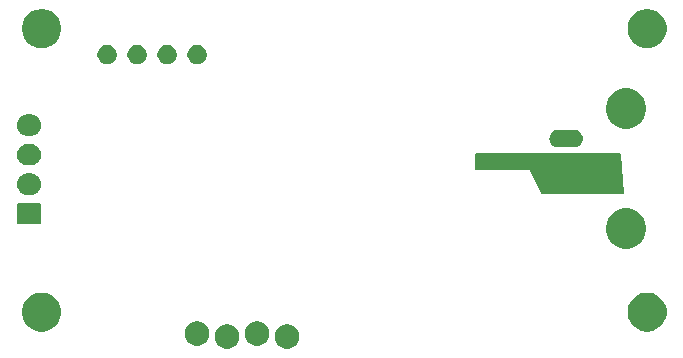
<source format=gbr>
G04 #@! TF.GenerationSoftware,KiCad,Pcbnew,(5.0.1)-3*
G04 #@! TF.CreationDate,2019-12-29T13:00:18-05:00*
G04 #@! TF.ProjectId,ml-ph-board,6D6C2D70682D626F6172642E6B696361,rev?*
G04 #@! TF.SameCoordinates,Original*
G04 #@! TF.FileFunction,Soldermask,Bot*
G04 #@! TF.FilePolarity,Negative*
%FSLAX46Y46*%
G04 Gerber Fmt 4.6, Leading zero omitted, Abs format (unit mm)*
G04 Created by KiCad (PCBNEW (5.0.1)-3) date 12/29/2019 1:00:18 PM*
%MOMM*%
%LPD*%
G01*
G04 APERTURE LIST*
%ADD10C,0.150000*%
%ADD11C,0.100000*%
G04 APERTURE END LIST*
D10*
G36*
X145796000Y-100584000D02*
X156972000Y-100584000D01*
X157226000Y-103886000D01*
X150368000Y-103886000D01*
X149352000Y-101854000D01*
X144780000Y-101854000D01*
X144780000Y-100584000D01*
X145796000Y-100584000D01*
G37*
X145796000Y-100584000D02*
X156972000Y-100584000D01*
X157226000Y-103886000D01*
X150368000Y-103886000D01*
X149352000Y-101854000D01*
X144780000Y-101854000D01*
X144780000Y-100584000D01*
X145796000Y-100584000D01*
D11*
G36*
X129081765Y-115076620D02*
X129271289Y-115155123D01*
X129441855Y-115269092D01*
X129586908Y-115414145D01*
X129700877Y-115584711D01*
X129779380Y-115774235D01*
X129819400Y-115975430D01*
X129819400Y-116180570D01*
X129779380Y-116381765D01*
X129700877Y-116571289D01*
X129586908Y-116741855D01*
X129441855Y-116886908D01*
X129271289Y-117000877D01*
X129081765Y-117079380D01*
X128880570Y-117119400D01*
X128675430Y-117119400D01*
X128474235Y-117079380D01*
X128284711Y-117000877D01*
X128114145Y-116886908D01*
X127969092Y-116741855D01*
X127855123Y-116571289D01*
X127776620Y-116381765D01*
X127736600Y-116180570D01*
X127736600Y-115975430D01*
X127776620Y-115774235D01*
X127855123Y-115584711D01*
X127969092Y-115414145D01*
X128114145Y-115269092D01*
X128284711Y-115155123D01*
X128474235Y-115076620D01*
X128675430Y-115036600D01*
X128880570Y-115036600D01*
X129081765Y-115076620D01*
X129081765Y-115076620D01*
G37*
G36*
X124001765Y-115076620D02*
X124191289Y-115155123D01*
X124361855Y-115269092D01*
X124506908Y-115414145D01*
X124620877Y-115584711D01*
X124699380Y-115774235D01*
X124739400Y-115975430D01*
X124739400Y-116180570D01*
X124699380Y-116381765D01*
X124620877Y-116571289D01*
X124506908Y-116741855D01*
X124361855Y-116886908D01*
X124191289Y-117000877D01*
X124001765Y-117079380D01*
X123800570Y-117119400D01*
X123595430Y-117119400D01*
X123394235Y-117079380D01*
X123204711Y-117000877D01*
X123034145Y-116886908D01*
X122889092Y-116741855D01*
X122775123Y-116571289D01*
X122696620Y-116381765D01*
X122656600Y-116180570D01*
X122656600Y-115975430D01*
X122696620Y-115774235D01*
X122775123Y-115584711D01*
X122889092Y-115414145D01*
X123034145Y-115269092D01*
X123204711Y-115155123D01*
X123394235Y-115076620D01*
X123595430Y-115036600D01*
X123800570Y-115036600D01*
X124001765Y-115076620D01*
X124001765Y-115076620D01*
G37*
G36*
X121461765Y-114822620D02*
X121651289Y-114901123D01*
X121821855Y-115015092D01*
X121966908Y-115160145D01*
X122080877Y-115330711D01*
X122159380Y-115520235D01*
X122199400Y-115721430D01*
X122199400Y-115926570D01*
X122159380Y-116127765D01*
X122080877Y-116317289D01*
X121966908Y-116487855D01*
X121821855Y-116632908D01*
X121651289Y-116746877D01*
X121461765Y-116825380D01*
X121260570Y-116865400D01*
X121055430Y-116865400D01*
X120854235Y-116825380D01*
X120664711Y-116746877D01*
X120494145Y-116632908D01*
X120349092Y-116487855D01*
X120235123Y-116317289D01*
X120156620Y-116127765D01*
X120116600Y-115926570D01*
X120116600Y-115721430D01*
X120156620Y-115520235D01*
X120235123Y-115330711D01*
X120349092Y-115160145D01*
X120494145Y-115015092D01*
X120664711Y-114901123D01*
X120854235Y-114822620D01*
X121055430Y-114782600D01*
X121260570Y-114782600D01*
X121461765Y-114822620D01*
X121461765Y-114822620D01*
G37*
G36*
X126541765Y-114822620D02*
X126731289Y-114901123D01*
X126901855Y-115015092D01*
X127046908Y-115160145D01*
X127160877Y-115330711D01*
X127239380Y-115520235D01*
X127279400Y-115721430D01*
X127279400Y-115926570D01*
X127239380Y-116127765D01*
X127160877Y-116317289D01*
X127046908Y-116487855D01*
X126901855Y-116632908D01*
X126731289Y-116746877D01*
X126541765Y-116825380D01*
X126340570Y-116865400D01*
X126135430Y-116865400D01*
X125934235Y-116825380D01*
X125744711Y-116746877D01*
X125574145Y-116632908D01*
X125429092Y-116487855D01*
X125315123Y-116317289D01*
X125236620Y-116127765D01*
X125196600Y-115926570D01*
X125196600Y-115721430D01*
X125236620Y-115520235D01*
X125315123Y-115330711D01*
X125429092Y-115160145D01*
X125574145Y-115015092D01*
X125744711Y-114901123D01*
X125934235Y-114822620D01*
X126135430Y-114782600D01*
X126340570Y-114782600D01*
X126541765Y-114822620D01*
X126541765Y-114822620D01*
G37*
G36*
X159633256Y-112391298D02*
X159739579Y-112412447D01*
X160040042Y-112536903D01*
X160306852Y-112715180D01*
X160310454Y-112717587D01*
X160540413Y-112947546D01*
X160540415Y-112947549D01*
X160721097Y-113217958D01*
X160845553Y-113518421D01*
X160909000Y-113837391D01*
X160909000Y-114162609D01*
X160845553Y-114481579D01*
X160721097Y-114782042D01*
X160641529Y-114901123D01*
X160540413Y-115052454D01*
X160310454Y-115282413D01*
X160310451Y-115282415D01*
X160040042Y-115463097D01*
X159739579Y-115587553D01*
X159633256Y-115608702D01*
X159420611Y-115651000D01*
X159095389Y-115651000D01*
X158882744Y-115608702D01*
X158776421Y-115587553D01*
X158475958Y-115463097D01*
X158205549Y-115282415D01*
X158205546Y-115282413D01*
X157975587Y-115052454D01*
X157874471Y-114901123D01*
X157794903Y-114782042D01*
X157670447Y-114481579D01*
X157607000Y-114162609D01*
X157607000Y-113837391D01*
X157670447Y-113518421D01*
X157794903Y-113217958D01*
X157975585Y-112947549D01*
X157975587Y-112947546D01*
X158205546Y-112717587D01*
X158209148Y-112715180D01*
X158475958Y-112536903D01*
X158776421Y-112412447D01*
X158882744Y-112391298D01*
X159095389Y-112349000D01*
X159420611Y-112349000D01*
X159633256Y-112391298D01*
X159633256Y-112391298D01*
G37*
G36*
X108375256Y-112391298D02*
X108481579Y-112412447D01*
X108782042Y-112536903D01*
X109048852Y-112715180D01*
X109052454Y-112717587D01*
X109282413Y-112947546D01*
X109282415Y-112947549D01*
X109463097Y-113217958D01*
X109587553Y-113518421D01*
X109651000Y-113837391D01*
X109651000Y-114162609D01*
X109587553Y-114481579D01*
X109463097Y-114782042D01*
X109383529Y-114901123D01*
X109282413Y-115052454D01*
X109052454Y-115282413D01*
X109052451Y-115282415D01*
X108782042Y-115463097D01*
X108481579Y-115587553D01*
X108375256Y-115608702D01*
X108162611Y-115651000D01*
X107837389Y-115651000D01*
X107624744Y-115608702D01*
X107518421Y-115587553D01*
X107217958Y-115463097D01*
X106947549Y-115282415D01*
X106947546Y-115282413D01*
X106717587Y-115052454D01*
X106616471Y-114901123D01*
X106536903Y-114782042D01*
X106412447Y-114481579D01*
X106349000Y-114162609D01*
X106349000Y-113837391D01*
X106412447Y-113518421D01*
X106536903Y-113217958D01*
X106717585Y-112947549D01*
X106717587Y-112947546D01*
X106947546Y-112717587D01*
X106951148Y-112715180D01*
X107217958Y-112536903D01*
X107518421Y-112412447D01*
X107624744Y-112391298D01*
X107837389Y-112349000D01*
X108162611Y-112349000D01*
X108375256Y-112391298D01*
X108375256Y-112391298D01*
G37*
G36*
X157978619Y-105290272D02*
X158289713Y-105419131D01*
X158569695Y-105606209D01*
X158807791Y-105844305D01*
X158994869Y-106124287D01*
X159123728Y-106435381D01*
X159189420Y-106765635D01*
X159189420Y-107102365D01*
X159123728Y-107432619D01*
X158994869Y-107743713D01*
X158807791Y-108023695D01*
X158569695Y-108261791D01*
X158289713Y-108448869D01*
X157978619Y-108577728D01*
X157648365Y-108643420D01*
X157311635Y-108643420D01*
X156981381Y-108577728D01*
X156670287Y-108448869D01*
X156390305Y-108261791D01*
X156152209Y-108023695D01*
X155965131Y-107743713D01*
X155836272Y-107432619D01*
X155770580Y-107102365D01*
X155770580Y-106765635D01*
X155836272Y-106435381D01*
X155965131Y-106124287D01*
X156152209Y-105844305D01*
X156390305Y-105606209D01*
X156670287Y-105419131D01*
X156981381Y-105290272D01*
X157311635Y-105224580D01*
X157648365Y-105224580D01*
X157978619Y-105290272D01*
X157978619Y-105290272D01*
G37*
G36*
X107817600Y-104766989D02*
X107850649Y-104777014D01*
X107881106Y-104793294D01*
X107907799Y-104815201D01*
X107929706Y-104841894D01*
X107945986Y-104872351D01*
X107956011Y-104905400D01*
X107960000Y-104945904D01*
X107960000Y-106382096D01*
X107956011Y-106422600D01*
X107945986Y-106455649D01*
X107929706Y-106486106D01*
X107907799Y-106512799D01*
X107881106Y-106534706D01*
X107850649Y-106550986D01*
X107817600Y-106561011D01*
X107777096Y-106565000D01*
X106090904Y-106565000D01*
X106050400Y-106561011D01*
X106017351Y-106550986D01*
X105986894Y-106534706D01*
X105960201Y-106512799D01*
X105938294Y-106486106D01*
X105922014Y-106455649D01*
X105911989Y-106422600D01*
X105908000Y-106382096D01*
X105908000Y-104945904D01*
X105911989Y-104905400D01*
X105922014Y-104872351D01*
X105938294Y-104841894D01*
X105960201Y-104815201D01*
X105986894Y-104793294D01*
X106017351Y-104777014D01*
X106050400Y-104766989D01*
X106090904Y-104763000D01*
X107777096Y-104763000D01*
X107817600Y-104766989D01*
X107817600Y-104766989D01*
G37*
G36*
X107169443Y-102269519D02*
X107235627Y-102276037D01*
X107348853Y-102310384D01*
X107405467Y-102327557D01*
X107522303Y-102390008D01*
X107561991Y-102411222D01*
X107597729Y-102440552D01*
X107699186Y-102523814D01*
X107768586Y-102608380D01*
X107811778Y-102661009D01*
X107811779Y-102661011D01*
X107895443Y-102817533D01*
X107895443Y-102817534D01*
X107946963Y-102987373D01*
X107964359Y-103164000D01*
X107946963Y-103340627D01*
X107912616Y-103453853D01*
X107895443Y-103510467D01*
X107821348Y-103649087D01*
X107811778Y-103666991D01*
X107782448Y-103702729D01*
X107699186Y-103804186D01*
X107597729Y-103887448D01*
X107561991Y-103916778D01*
X107561989Y-103916779D01*
X107405467Y-104000443D01*
X107348853Y-104017616D01*
X107235627Y-104051963D01*
X107169442Y-104058482D01*
X107103260Y-104065000D01*
X106764740Y-104065000D01*
X106698557Y-104058481D01*
X106632373Y-104051963D01*
X106519147Y-104017616D01*
X106462533Y-104000443D01*
X106306011Y-103916779D01*
X106306009Y-103916778D01*
X106270271Y-103887448D01*
X106168814Y-103804186D01*
X106085552Y-103702729D01*
X106056222Y-103666991D01*
X106046652Y-103649087D01*
X105972557Y-103510467D01*
X105955384Y-103453853D01*
X105921037Y-103340627D01*
X105903641Y-103164000D01*
X105921037Y-102987373D01*
X105972557Y-102817534D01*
X105972557Y-102817533D01*
X106056221Y-102661011D01*
X106056222Y-102661009D01*
X106099414Y-102608380D01*
X106168814Y-102523814D01*
X106270271Y-102440552D01*
X106306009Y-102411222D01*
X106345697Y-102390008D01*
X106462533Y-102327557D01*
X106519147Y-102310384D01*
X106632373Y-102276037D01*
X106698557Y-102269519D01*
X106764740Y-102263000D01*
X107103260Y-102263000D01*
X107169443Y-102269519D01*
X107169443Y-102269519D01*
G37*
G36*
X153201934Y-101110535D02*
X153344136Y-101153672D01*
X153475189Y-101223721D01*
X153590058Y-101317992D01*
X153684329Y-101432861D01*
X153754378Y-101563914D01*
X153797515Y-101706116D01*
X153812080Y-101854000D01*
X153797515Y-102001884D01*
X153754378Y-102144086D01*
X153684329Y-102275139D01*
X153590058Y-102390008D01*
X153475189Y-102484279D01*
X153344136Y-102554328D01*
X153201934Y-102597465D01*
X153091110Y-102608380D01*
X151708890Y-102608380D01*
X151598066Y-102597465D01*
X151455864Y-102554328D01*
X151324811Y-102484279D01*
X151209942Y-102390008D01*
X151115671Y-102275139D01*
X151045622Y-102144086D01*
X151002485Y-102001884D01*
X150987920Y-101854000D01*
X151002485Y-101706116D01*
X151045622Y-101563914D01*
X151115671Y-101432861D01*
X151209942Y-101317992D01*
X151324811Y-101223721D01*
X151455864Y-101153672D01*
X151598066Y-101110535D01*
X151708890Y-101099620D01*
X153091110Y-101099620D01*
X153201934Y-101110535D01*
X153201934Y-101110535D01*
G37*
G36*
X107169442Y-99769518D02*
X107235627Y-99776037D01*
X107348853Y-99810384D01*
X107405467Y-99827557D01*
X107447469Y-99850008D01*
X107561991Y-99911222D01*
X107597729Y-99940552D01*
X107699186Y-100023814D01*
X107782448Y-100125271D01*
X107811778Y-100161009D01*
X107811779Y-100161011D01*
X107895443Y-100317533D01*
X107895443Y-100317534D01*
X107946963Y-100487373D01*
X107964359Y-100664000D01*
X107946963Y-100840627D01*
X107912616Y-100953853D01*
X107895443Y-101010467D01*
X107847789Y-101099620D01*
X107811778Y-101166991D01*
X107782448Y-101202729D01*
X107699186Y-101304186D01*
X107597729Y-101387448D01*
X107561991Y-101416778D01*
X107561989Y-101416779D01*
X107405467Y-101500443D01*
X107348853Y-101517616D01*
X107235627Y-101551963D01*
X107169442Y-101558482D01*
X107103260Y-101565000D01*
X106764740Y-101565000D01*
X106698557Y-101558481D01*
X106632373Y-101551963D01*
X106519147Y-101517616D01*
X106462533Y-101500443D01*
X106306011Y-101416779D01*
X106306009Y-101416778D01*
X106270271Y-101387448D01*
X106168814Y-101304186D01*
X106085552Y-101202729D01*
X106056222Y-101166991D01*
X106020211Y-101099620D01*
X105972557Y-101010467D01*
X105955384Y-100953853D01*
X105921037Y-100840627D01*
X105903641Y-100664000D01*
X105921037Y-100487373D01*
X105972557Y-100317534D01*
X105972557Y-100317533D01*
X106056221Y-100161011D01*
X106056222Y-100161009D01*
X106085552Y-100125271D01*
X106168814Y-100023814D01*
X106270271Y-99940552D01*
X106306009Y-99911222D01*
X106420531Y-99850008D01*
X106462533Y-99827557D01*
X106519147Y-99810384D01*
X106632373Y-99776037D01*
X106698558Y-99769518D01*
X106764740Y-99763000D01*
X107103260Y-99763000D01*
X107169442Y-99769518D01*
X107169442Y-99769518D01*
G37*
G36*
X153201934Y-98570535D02*
X153344136Y-98613672D01*
X153475189Y-98683721D01*
X153590058Y-98777992D01*
X153684329Y-98892861D01*
X153754378Y-99023914D01*
X153797515Y-99166116D01*
X153812080Y-99314000D01*
X153797515Y-99461884D01*
X153754378Y-99604086D01*
X153684329Y-99735139D01*
X153590058Y-99850008D01*
X153475189Y-99944279D01*
X153344136Y-100014328D01*
X153201934Y-100057465D01*
X153091110Y-100068380D01*
X151708890Y-100068380D01*
X151598066Y-100057465D01*
X151455864Y-100014328D01*
X151324811Y-99944279D01*
X151209942Y-99850008D01*
X151115671Y-99735139D01*
X151045622Y-99604086D01*
X151002485Y-99461884D01*
X150987920Y-99314000D01*
X151002485Y-99166116D01*
X151045622Y-99023914D01*
X151115671Y-98892861D01*
X151209942Y-98777992D01*
X151324811Y-98683721D01*
X151455864Y-98613672D01*
X151598066Y-98570535D01*
X151708890Y-98559620D01*
X153091110Y-98559620D01*
X153201934Y-98570535D01*
X153201934Y-98570535D01*
G37*
G36*
X107169443Y-97269519D02*
X107235627Y-97276037D01*
X107348853Y-97310384D01*
X107405467Y-97327557D01*
X107544087Y-97401652D01*
X107561991Y-97411222D01*
X107597729Y-97440552D01*
X107699186Y-97523814D01*
X107782448Y-97625271D01*
X107811778Y-97661009D01*
X107811779Y-97661011D01*
X107895443Y-97817533D01*
X107895443Y-97817534D01*
X107946963Y-97987373D01*
X107964359Y-98164000D01*
X107946963Y-98340627D01*
X107923575Y-98417728D01*
X107895443Y-98510467D01*
X107863335Y-98570536D01*
X107811778Y-98666991D01*
X107798048Y-98683721D01*
X107699186Y-98804186D01*
X107597729Y-98887448D01*
X107561991Y-98916778D01*
X107561989Y-98916779D01*
X107405467Y-99000443D01*
X107348853Y-99017616D01*
X107235627Y-99051963D01*
X107169442Y-99058482D01*
X107103260Y-99065000D01*
X106764740Y-99065000D01*
X106698558Y-99058482D01*
X106632373Y-99051963D01*
X106519147Y-99017616D01*
X106462533Y-99000443D01*
X106306011Y-98916779D01*
X106306009Y-98916778D01*
X106270271Y-98887448D01*
X106168814Y-98804186D01*
X106069952Y-98683721D01*
X106056222Y-98666991D01*
X106004665Y-98570536D01*
X105972557Y-98510467D01*
X105944425Y-98417728D01*
X105921037Y-98340627D01*
X105903641Y-98164000D01*
X105921037Y-97987373D01*
X105972557Y-97817534D01*
X105972557Y-97817533D01*
X106056221Y-97661011D01*
X106056222Y-97661009D01*
X106085552Y-97625271D01*
X106168814Y-97523814D01*
X106270271Y-97440552D01*
X106306009Y-97411222D01*
X106323913Y-97401652D01*
X106462533Y-97327557D01*
X106519147Y-97310384D01*
X106632373Y-97276037D01*
X106698558Y-97269518D01*
X106764740Y-97263000D01*
X107103260Y-97263000D01*
X107169443Y-97269519D01*
X107169443Y-97269519D01*
G37*
G36*
X157978619Y-95130272D02*
X158289713Y-95259131D01*
X158569695Y-95446209D01*
X158807791Y-95684305D01*
X158994869Y-95964287D01*
X159123728Y-96275381D01*
X159189420Y-96605635D01*
X159189420Y-96942365D01*
X159123728Y-97272619D01*
X158994869Y-97583713D01*
X158807791Y-97863695D01*
X158569695Y-98101791D01*
X158289713Y-98288869D01*
X157978619Y-98417728D01*
X157648365Y-98483420D01*
X157311635Y-98483420D01*
X156981381Y-98417728D01*
X156670287Y-98288869D01*
X156390305Y-98101791D01*
X156152209Y-97863695D01*
X155965131Y-97583713D01*
X155836272Y-97272619D01*
X155770580Y-96942365D01*
X155770580Y-96605635D01*
X155836272Y-96275381D01*
X155965131Y-95964287D01*
X156152209Y-95684305D01*
X156390305Y-95446209D01*
X156670287Y-95259131D01*
X156981381Y-95130272D01*
X157311635Y-95064580D01*
X157648365Y-95064580D01*
X157978619Y-95130272D01*
X157978619Y-95130272D01*
G37*
G36*
X113775142Y-91420242D02*
X113923102Y-91481530D01*
X114056258Y-91570502D01*
X114169498Y-91683742D01*
X114258470Y-91816898D01*
X114319758Y-91964858D01*
X114351000Y-92121925D01*
X114351000Y-92282075D01*
X114319758Y-92439142D01*
X114258470Y-92587102D01*
X114169498Y-92720258D01*
X114056258Y-92833498D01*
X113923102Y-92922470D01*
X113775142Y-92983758D01*
X113618075Y-93015000D01*
X113457925Y-93015000D01*
X113300858Y-92983758D01*
X113152898Y-92922470D01*
X113019742Y-92833498D01*
X112906502Y-92720258D01*
X112817530Y-92587102D01*
X112756242Y-92439142D01*
X112725000Y-92282075D01*
X112725000Y-92121925D01*
X112756242Y-91964858D01*
X112817530Y-91816898D01*
X112906502Y-91683742D01*
X113019742Y-91570502D01*
X113152898Y-91481530D01*
X113300858Y-91420242D01*
X113457925Y-91389000D01*
X113618075Y-91389000D01*
X113775142Y-91420242D01*
X113775142Y-91420242D01*
G37*
G36*
X116315142Y-91420242D02*
X116463102Y-91481530D01*
X116596258Y-91570502D01*
X116709498Y-91683742D01*
X116798470Y-91816898D01*
X116859758Y-91964858D01*
X116891000Y-92121925D01*
X116891000Y-92282075D01*
X116859758Y-92439142D01*
X116798470Y-92587102D01*
X116709498Y-92720258D01*
X116596258Y-92833498D01*
X116463102Y-92922470D01*
X116315142Y-92983758D01*
X116158075Y-93015000D01*
X115997925Y-93015000D01*
X115840858Y-92983758D01*
X115692898Y-92922470D01*
X115559742Y-92833498D01*
X115446502Y-92720258D01*
X115357530Y-92587102D01*
X115296242Y-92439142D01*
X115265000Y-92282075D01*
X115265000Y-92121925D01*
X115296242Y-91964858D01*
X115357530Y-91816898D01*
X115446502Y-91683742D01*
X115559742Y-91570502D01*
X115692898Y-91481530D01*
X115840858Y-91420242D01*
X115997925Y-91389000D01*
X116158075Y-91389000D01*
X116315142Y-91420242D01*
X116315142Y-91420242D01*
G37*
G36*
X118855142Y-91420242D02*
X119003102Y-91481530D01*
X119136258Y-91570502D01*
X119249498Y-91683742D01*
X119338470Y-91816898D01*
X119399758Y-91964858D01*
X119431000Y-92121925D01*
X119431000Y-92282075D01*
X119399758Y-92439142D01*
X119338470Y-92587102D01*
X119249498Y-92720258D01*
X119136258Y-92833498D01*
X119003102Y-92922470D01*
X118855142Y-92983758D01*
X118698075Y-93015000D01*
X118537925Y-93015000D01*
X118380858Y-92983758D01*
X118232898Y-92922470D01*
X118099742Y-92833498D01*
X117986502Y-92720258D01*
X117897530Y-92587102D01*
X117836242Y-92439142D01*
X117805000Y-92282075D01*
X117805000Y-92121925D01*
X117836242Y-91964858D01*
X117897530Y-91816898D01*
X117986502Y-91683742D01*
X118099742Y-91570502D01*
X118232898Y-91481530D01*
X118380858Y-91420242D01*
X118537925Y-91389000D01*
X118698075Y-91389000D01*
X118855142Y-91420242D01*
X118855142Y-91420242D01*
G37*
G36*
X121395142Y-91420242D02*
X121543102Y-91481530D01*
X121676258Y-91570502D01*
X121789498Y-91683742D01*
X121878470Y-91816898D01*
X121939758Y-91964858D01*
X121971000Y-92121925D01*
X121971000Y-92282075D01*
X121939758Y-92439142D01*
X121878470Y-92587102D01*
X121789498Y-92720258D01*
X121676258Y-92833498D01*
X121543102Y-92922470D01*
X121395142Y-92983758D01*
X121238075Y-93015000D01*
X121077925Y-93015000D01*
X120920858Y-92983758D01*
X120772898Y-92922470D01*
X120639742Y-92833498D01*
X120526502Y-92720258D01*
X120437530Y-92587102D01*
X120376242Y-92439142D01*
X120345000Y-92282075D01*
X120345000Y-92121925D01*
X120376242Y-91964858D01*
X120437530Y-91816898D01*
X120526502Y-91683742D01*
X120639742Y-91570502D01*
X120772898Y-91481530D01*
X120920858Y-91420242D01*
X121077925Y-91389000D01*
X121238075Y-91389000D01*
X121395142Y-91420242D01*
X121395142Y-91420242D01*
G37*
G36*
X108375256Y-88391298D02*
X108481579Y-88412447D01*
X108782042Y-88536903D01*
X109048852Y-88715180D01*
X109052454Y-88717587D01*
X109282413Y-88947546D01*
X109463098Y-89217960D01*
X109587553Y-89518422D01*
X109651000Y-89837389D01*
X109651000Y-90162611D01*
X109587553Y-90481578D01*
X109463098Y-90782040D01*
X109282413Y-91052454D01*
X109052454Y-91282413D01*
X109052451Y-91282415D01*
X108782042Y-91463097D01*
X108481579Y-91587553D01*
X108375256Y-91608702D01*
X108162611Y-91651000D01*
X107837389Y-91651000D01*
X107624744Y-91608702D01*
X107518421Y-91587553D01*
X107217958Y-91463097D01*
X106947549Y-91282415D01*
X106947546Y-91282413D01*
X106717587Y-91052454D01*
X106536902Y-90782040D01*
X106412447Y-90481578D01*
X106349000Y-90162611D01*
X106349000Y-89837389D01*
X106412447Y-89518422D01*
X106536902Y-89217960D01*
X106717587Y-88947546D01*
X106947546Y-88717587D01*
X106951148Y-88715180D01*
X107217958Y-88536903D01*
X107518421Y-88412447D01*
X107624744Y-88391298D01*
X107837389Y-88349000D01*
X108162611Y-88349000D01*
X108375256Y-88391298D01*
X108375256Y-88391298D01*
G37*
G36*
X159633256Y-88391298D02*
X159739579Y-88412447D01*
X160040042Y-88536903D01*
X160306852Y-88715180D01*
X160310454Y-88717587D01*
X160540413Y-88947546D01*
X160721098Y-89217960D01*
X160845553Y-89518422D01*
X160909000Y-89837389D01*
X160909000Y-90162611D01*
X160845553Y-90481578D01*
X160721098Y-90782040D01*
X160540413Y-91052454D01*
X160310454Y-91282413D01*
X160310451Y-91282415D01*
X160040042Y-91463097D01*
X159739579Y-91587553D01*
X159633256Y-91608702D01*
X159420611Y-91651000D01*
X159095389Y-91651000D01*
X158882744Y-91608702D01*
X158776421Y-91587553D01*
X158475958Y-91463097D01*
X158205549Y-91282415D01*
X158205546Y-91282413D01*
X157975587Y-91052454D01*
X157794902Y-90782040D01*
X157670447Y-90481578D01*
X157607000Y-90162611D01*
X157607000Y-89837389D01*
X157670447Y-89518422D01*
X157794902Y-89217960D01*
X157975587Y-88947546D01*
X158205546Y-88717587D01*
X158209148Y-88715180D01*
X158475958Y-88536903D01*
X158776421Y-88412447D01*
X158882744Y-88391298D01*
X159095389Y-88349000D01*
X159420611Y-88349000D01*
X159633256Y-88391298D01*
X159633256Y-88391298D01*
G37*
M02*

</source>
